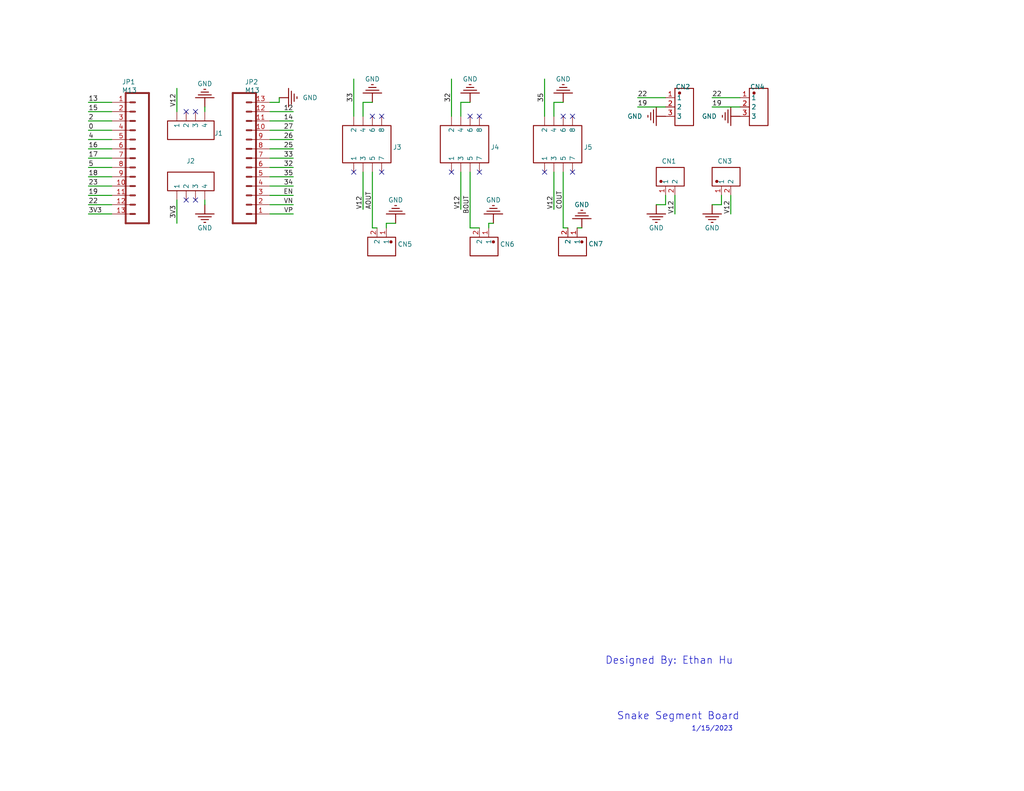
<source format=kicad_sch>
(kicad_sch (version 20230121) (generator eeschema)
  (paper "USLetter")
  (lib_symbols
    (symbol "u-altium-import:GND" (power)
      (property "Reference" "#PWR" (at 0 0 0))
      (property "Value" "GND" (at 0 6.35 0))
      (symbol "GND_0_0"
        (polyline (pts (xy -2.54 -2.54) (xy 2.54 -2.54)) (stroke (width 0.254)))
        (polyline (pts (xy -1.778 -3.302) (xy 1.778 -3.302)) (stroke (width 0.254)))
        (polyline (pts (xy -1.016 -4.064) (xy 1.016 -4.064)) (stroke (width 0.254)))
        (polyline (pts (xy -0.254 -4.826) (xy 0.254 -4.826)) (stroke (width 0.254)))
        (polyline (pts (xy 0 0) (xy 0 -2.54)) (stroke (width 0.254)))
        (pin power_in line (at 0 0 0) (length 0) hide (name "GND") (number ""))
      )
    )
    (symbol "u-altium-import:root_0_HX25003-3A"
      (symbol "root_0_HX25003-3A_1_0"
        (circle (center -1.27 3.81) (radius 0.381) (stroke (width 0.0001)) (fill (type color) (color 136 0 0 1)))
        (rectangle (start 2.54 5.08) (end -2.54 -5.08) (stroke (width 0.254)))
        (pin passive line (at -5.08 2.54 0) (length 2.54) (name "1") (number "1"))
        (pin passive line (at -5.08 0 0) (length 2.54) (name "2") (number "2"))
        (pin passive line (at -5.08 -2.54 0) (length 2.54) (name "3") (number "3"))
      )
    )
    (symbol "u-altium-import:root_0_M13"
      (symbol "root_0_M13_1_0"
        (polyline (pts (xy -5.08 17.78) (xy -5.08 -17.78)) (stroke (width 0.508) (color 141 35 35 1)))
        (polyline (pts (xy -5.08 17.78) (xy 1.27 17.78)) (stroke (width 0.508) (color 141 35 35 1)))
        (polyline (pts (xy -1.27 -15.24) (xy 0 -15.24)) (stroke (width 0.508) (color 141 35 35 1)))
        (polyline (pts (xy -1.27 -12.7) (xy 0 -12.7)) (stroke (width 0.508) (color 141 35 35 1)))
        (polyline (pts (xy -1.27 -10.16) (xy 0 -10.16)) (stroke (width 0.508) (color 141 35 35 1)))
        (polyline (pts (xy -1.27 -7.62) (xy 0 -7.62)) (stroke (width 0.508) (color 141 35 35 1)))
        (polyline (pts (xy -1.27 -5.08) (xy 0 -5.08)) (stroke (width 0.508) (color 141 35 35 1)))
        (polyline (pts (xy -1.27 -2.54) (xy 0 -2.54)) (stroke (width 0.508) (color 141 35 35 1)))
        (polyline (pts (xy -1.27 0) (xy 0 0)) (stroke (width 0.508) (color 141 35 35 1)))
        (polyline (pts (xy -1.27 2.54) (xy 0 2.54)) (stroke (width 0.508) (color 141 35 35 1)))
        (polyline (pts (xy -1.27 5.08) (xy 0 5.08)) (stroke (width 0.508) (color 141 35 35 1)))
        (polyline (pts (xy -1.27 7.62) (xy 0 7.62)) (stroke (width 0.508) (color 141 35 35 1)))
        (polyline (pts (xy -1.27 10.16) (xy 0 10.16)) (stroke (width 0.508) (color 141 35 35 1)))
        (polyline (pts (xy -1.27 12.7) (xy 0 12.7)) (stroke (width 0.508) (color 141 35 35 1)))
        (polyline (pts (xy -1.27 15.24) (xy 0 15.24)) (stroke (width 0.508) (color 141 35 35 1)))
        (polyline (pts (xy 1.27 -17.78) (xy -5.08 -17.78)) (stroke (width 0.508) (color 141 35 35 1)))
        (polyline (pts (xy 1.27 -17.78) (xy 1.27 17.78)) (stroke (width 0.508) (color 141 35 35 1)))
        (pin passive line (at 5.08 -15.24 180) (length 5.08) (name "1") (number "1"))
        (pin passive line (at 5.08 7.62 180) (length 5.08) (name "10") (number "10"))
        (pin passive line (at 5.08 10.16 180) (length 5.08) (name "11") (number "11"))
        (pin passive line (at 5.08 12.7 180) (length 5.08) (name "12") (number "12"))
        (pin passive line (at 5.08 15.24 180) (length 5.08) (name "13") (number "13"))
        (pin passive line (at 5.08 -12.7 180) (length 5.08) (name "2") (number "2"))
        (pin passive line (at 5.08 -10.16 180) (length 5.08) (name "3") (number "3"))
        (pin passive line (at 5.08 -7.62 180) (length 5.08) (name "4") (number "4"))
        (pin passive line (at 5.08 -5.08 180) (length 5.08) (name "5") (number "5"))
        (pin passive line (at 5.08 -2.54 180) (length 5.08) (name "6") (number "6"))
        (pin passive line (at 5.08 0 180) (length 5.08) (name "7") (number "7"))
        (pin passive line (at 5.08 2.54 180) (length 5.08) (name "8") (number "8"))
        (pin passive line (at 5.08 5.08 180) (length 5.08) (name "9") (number "9"))
      )
    )
    (symbol "u-altium-import:root_1_GP01-2503WV-2P"
      (symbol "root_1_GP01-2503WV-2P_1_0"
        (circle (center -2.54 -1.27) (radius 0.381) (stroke (width 0.0001)) (fill (type color) (color 136 0 0 1)))
        (rectangle (start 3.81 2.54) (end -3.81 -2.54) (stroke (width 0.254)))
        (pin passive line (at -1.27 -5.08 90) (length 2.54) (name "1") (number "1"))
        (pin passive line (at 1.27 -5.08 90) (length 2.54) (name "2") (number "2"))
      )
    )
    (symbol "u-altium-import:root_1_HDR-M-2.54_1x4"
      (symbol "root_1_HDR-M-2.54_1x4_1_0"
        (rectangle (start 6.35 2.54) (end -6.35 -2.54) (stroke (width 0.254)))
        (pin passive line (at -3.81 -5.08 90) (length 2.54) (name "1") (number "1"))
        (pin passive line (at -1.27 -5.08 90) (length 2.54) (name "2") (number "2"))
        (pin passive line (at 1.27 -5.08 90) (length 2.54) (name "3") (number "3"))
        (pin passive line (at 3.81 -5.08 90) (length 2.54) (name "4") (number "4"))
      )
    )
    (symbol "u-altium-import:root_1_HDR-M-2.54_2x4"
      (symbol "root_1_HDR-M-2.54_2x4_1_0"
        (rectangle (start 6.35 5.08) (end -6.858 -5.08) (stroke (width 0.254)))
        (pin passive line (at -3.81 -7.62 90) (length 2.54) (name "1") (number "1"))
        (pin passive line (at -3.81 7.62 270) (length 2.54) (name "2") (number "2"))
        (pin passive line (at -1.27 -7.62 90) (length 2.54) (name "3") (number "3"))
        (pin passive line (at -1.27 7.62 270) (length 2.54) (name "4") (number "4"))
        (pin passive line (at 1.27 -7.62 90) (length 2.54) (name "5") (number "5"))
        (pin passive line (at 1.27 7.62 270) (length 2.54) (name "6") (number "6"))
        (pin passive line (at 3.81 -7.62 90) (length 2.54) (name "7") (number "7"))
        (pin passive line (at 3.81 7.62 270) (length 2.54) (name "8") (number "8"))
      )
    )
    (symbol "u-altium-import:root_2_M13"
      (symbol "root_2_M13_1_0"
        (polyline (pts (xy -1.27 17.78) (xy -1.27 -17.78)) (stroke (width 0.508) (color 141 35 35 1)))
        (polyline (pts (xy -1.27 17.78) (xy 5.08 17.78)) (stroke (width 0.508) (color 141 35 35 1)))
        (polyline (pts (xy 1.27 -15.24) (xy 0 -15.24)) (stroke (width 0.508) (color 141 35 35 1)))
        (polyline (pts (xy 1.27 -12.7) (xy 0 -12.7)) (stroke (width 0.508) (color 141 35 35 1)))
        (polyline (pts (xy 1.27 -10.16) (xy 0 -10.16)) (stroke (width 0.508) (color 141 35 35 1)))
        (polyline (pts (xy 1.27 -7.62) (xy 0 -7.62)) (stroke (width 0.508) (color 141 35 35 1)))
        (polyline (pts (xy 1.27 -5.08) (xy 0 -5.08)) (stroke (width 0.508) (color 141 35 35 1)))
        (polyline (pts (xy 1.27 -2.54) (xy 0 -2.54)) (stroke (width 0.508) (color 141 35 35 1)))
        (polyline (pts (xy 1.27 0) (xy 0 0)) (stroke (width 0.508) (color 141 35 35 1)))
        (polyline (pts (xy 1.27 2.54) (xy 0 2.54)) (stroke (width 0.508) (color 141 35 35 1)))
        (polyline (pts (xy 1.27 5.08) (xy 0 5.08)) (stroke (width 0.508) (color 141 35 35 1)))
        (polyline (pts (xy 1.27 7.62) (xy 0 7.62)) (stroke (width 0.508) (color 141 35 35 1)))
        (polyline (pts (xy 1.27 10.16) (xy 0 10.16)) (stroke (width 0.508) (color 141 35 35 1)))
        (polyline (pts (xy 1.27 12.7) (xy 0 12.7)) (stroke (width 0.508) (color 141 35 35 1)))
        (polyline (pts (xy 1.27 15.24) (xy 0 15.24)) (stroke (width 0.508) (color 141 35 35 1)))
        (polyline (pts (xy 5.08 -17.78) (xy -1.27 -17.78)) (stroke (width 0.508) (color 141 35 35 1)))
        (polyline (pts (xy 5.08 -17.78) (xy 5.08 17.78)) (stroke (width 0.508) (color 141 35 35 1)))
        (pin passive line (at -5.08 15.24 0) (length 5.08) (name "1") (number "1"))
        (pin passive line (at -5.08 -7.62 0) (length 5.08) (name "10") (number "10"))
        (pin passive line (at -5.08 -10.16 0) (length 5.08) (name "11") (number "11"))
        (pin passive line (at -5.08 -12.7 0) (length 5.08) (name "12") (number "12"))
        (pin passive line (at -5.08 -15.24 0) (length 5.08) (name "13") (number "13"))
        (pin passive line (at -5.08 12.7 0) (length 5.08) (name "2") (number "2"))
        (pin passive line (at -5.08 10.16 0) (length 5.08) (name "3") (number "3"))
        (pin passive line (at -5.08 7.62 0) (length 5.08) (name "4") (number "4"))
        (pin passive line (at -5.08 5.08 0) (length 5.08) (name "5") (number "5"))
        (pin passive line (at -5.08 2.54 0) (length 5.08) (name "6") (number "6"))
        (pin passive line (at -5.08 0 0) (length 5.08) (name "7") (number "7"))
        (pin passive line (at -5.08 -2.54 0) (length 5.08) (name "8") (number "8"))
        (pin passive line (at -5.08 -5.08 0) (length 5.08) (name "9") (number "9"))
      )
    )
    (symbol "u-altium-import:root_3_GP01-2503WV-2P"
      (symbol "root_3_GP01-2503WV-2P_1_0"
        (circle (center 2.54 1.27) (radius 0.381) (stroke (width 0.0001)) (fill (type color) (color 136 0 0 1)))
        (rectangle (start 3.81 2.54) (end -3.81 -2.54) (stroke (width 0.254)))
        (pin passive line (at 1.27 5.08 270) (length 2.54) (name "1") (number "1"))
        (pin passive line (at -1.27 5.08 270) (length 2.54) (name "2") (number "2"))
      )
    )
    (symbol "u-altium-import:root_3_HDR-M-2.54_1x4"
      (symbol "root_3_HDR-M-2.54_1x4_1_0"
        (rectangle (start 6.35 2.54) (end -6.35 -2.54) (stroke (width 0.254)))
        (pin passive line (at 3.81 5.08 270) (length 2.54) (name "4") (number "1"))
        (pin passive line (at 1.27 5.08 270) (length 2.54) (name "3") (number "2"))
        (pin passive line (at -1.27 5.08 270) (length 2.54) (name "2") (number "3"))
        (pin passive line (at -3.81 5.08 270) (length 2.54) (name "1") (number "4"))
      )
    )
  )
  (no_connect (at 104.14 31.75))
  (no_connect (at 128.27 31.75))
  (no_connect (at 148.59 46.99))
  (no_connect (at 156.21 31.75))
  (no_connect (at 96.52 46.99))
  (no_connect (at 123.19 46.99))
  (no_connect (at 53.34 30.48))
  (no_connect (at 101.6 31.75))
  (no_connect (at 104.14 46.99))
  (no_connect (at 50.8 30.48))
  (no_connect (at 130.81 31.75))
  (no_connect (at 156.21 46.99))
  (no_connect (at 153.67 31.75))
  (no_connect (at 50.8 54.61))
  (no_connect (at 130.81 46.99))
  (no_connect (at 53.34 54.61))
  (wire (pts (xy 158.75 62.23) (xy 157.48 62.23)) (stroke (width 0.254)))
  (wire (pts (xy 107.95 60.96) (xy 105.41 60.96)) (stroke (width 0.254)))
  (wire (pts (xy 101.6 62.23) (xy 101.6 46.99)) (stroke (width 0.254)))
  (wire (pts (xy 48.26 60.96) (xy 48.26 54.61)) (stroke (width 0.254)))
  (wire (pts (xy 24.13 45.72) (xy 30.48 45.72)) (stroke (width 0.254)))
  (wire (pts (xy 151.13 27.94) (xy 151.13 31.75)) (stroke (width 0.254)))
  (wire (pts (xy 73.66 38.1) (xy 80.01 38.1)) (stroke (width 0.254)))
  (wire (pts (xy 24.13 48.26) (xy 30.48 48.26)) (stroke (width 0.254)))
  (wire (pts (xy 73.66 33.02) (xy 80.01 33.02)) (stroke (width 0.254)))
  (wire (pts (xy 24.13 55.88) (xy 30.48 55.88)) (stroke (width 0.254)))
  (wire (pts (xy 73.66 30.48) (xy 80.01 30.48)) (stroke (width 0.254)))
  (wire (pts (xy 55.88 29.21) (xy 55.88 30.48)) (stroke (width 0.254)))
  (wire (pts (xy 55.88 55.88) (xy 55.88 54.61)) (stroke (width 0.254)))
  (wire (pts (xy 99.06 46.99) (xy 99.06 57.15)) (stroke (width 0.254)))
  (wire (pts (xy 48.26 30.48) (xy 48.26 24.13)) (stroke (width 0.254)))
  (wire (pts (xy 196.85 55.88) (xy 196.85 53.34)) (stroke (width 0.254)))
  (wire (pts (xy 153.67 62.23) (xy 154.94 62.23)) (stroke (width 0.254)))
  (wire (pts (xy 76.2 27.94) (xy 73.66 27.94)) (stroke (width 0.254)))
  (wire (pts (xy 184.15 53.34) (xy 184.15 58.42)) (stroke (width 0.254)))
  (wire (pts (xy 73.66 48.26) (xy 80.01 48.26)) (stroke (width 0.254)))
  (wire (pts (xy 24.13 40.64) (xy 30.48 40.64)) (stroke (width 0.254)))
  (wire (pts (xy 24.13 35.56) (xy 30.48 35.56)) (stroke (width 0.254)))
  (wire (pts (xy 181.61 26.67) (xy 173.99 26.67)) (stroke (width 0.254)))
  (wire (pts (xy 181.61 55.88) (xy 181.61 53.34)) (stroke (width 0.254)))
  (wire (pts (xy 128.27 27.94) (xy 125.73 27.94)) (stroke (width 0.254)))
  (wire (pts (xy 76.2 26.67) (xy 76.2 27.94)) (stroke (width 0.254)))
  (wire (pts (xy 73.66 45.72) (xy 80.01 45.72)) (stroke (width 0.254)))
  (wire (pts (xy 101.6 27.94) (xy 99.06 27.94)) (stroke (width 0.254)))
  (wire (pts (xy 73.66 55.88) (xy 80.01 55.88)) (stroke (width 0.254)))
  (wire (pts (xy 181.61 29.21) (xy 173.99 29.21)) (stroke (width 0.254)))
  (wire (pts (xy 24.13 27.94) (xy 30.48 27.94)) (stroke (width 0.254)))
  (wire (pts (xy 153.67 46.99) (xy 153.67 62.23)) (stroke (width 0.254)))
  (wire (pts (xy 133.35 60.96) (xy 133.35 62.23)) (stroke (width 0.254)))
  (wire (pts (xy 24.13 33.02) (xy 30.48 33.02)) (stroke (width 0.254)))
  (wire (pts (xy 73.66 50.8) (xy 80.01 50.8)) (stroke (width 0.254)))
  (wire (pts (xy 130.81 62.23) (xy 128.27 62.23)) (stroke (width 0.254)))
  (wire (pts (xy 199.39 53.34) (xy 199.39 58.42)) (stroke (width 0.254)))
  (wire (pts (xy 73.66 58.42) (xy 80.01 58.42)) (stroke (width 0.254)))
  (wire (pts (xy 201.93 26.67) (xy 194.31 26.67)) (stroke (width 0.254)))
  (wire (pts (xy 73.66 35.56) (xy 80.01 35.56)) (stroke (width 0.254)))
  (wire (pts (xy 24.13 53.34) (xy 30.48 53.34)) (stroke (width 0.254)))
  (wire (pts (xy 125.73 27.94) (xy 125.73 31.75)) (stroke (width 0.254)))
  (wire (pts (xy 179.07 55.88) (xy 181.61 55.88)) (stroke (width 0.254)))
  (wire (pts (xy 151.13 46.99) (xy 151.13 57.15)) (stroke (width 0.254)))
  (wire (pts (xy 128.27 62.23) (xy 128.27 46.99)) (stroke (width 0.254)))
  (wire (pts (xy 99.06 27.94) (xy 99.06 31.75)) (stroke (width 0.254)))
  (wire (pts (xy 194.31 55.88) (xy 196.85 55.88)) (stroke (width 0.254)))
  (wire (pts (xy 73.66 43.18) (xy 80.01 43.18)) (stroke (width 0.254)))
  (wire (pts (xy 102.87 62.23) (xy 101.6 62.23)) (stroke (width 0.254)))
  (wire (pts (xy 24.13 30.48) (xy 30.48 30.48)) (stroke (width 0.254)))
  (wire (pts (xy 153.67 27.94) (xy 151.13 27.94)) (stroke (width 0.254)))
  (wire (pts (xy 105.41 60.96) (xy 105.41 62.23)) (stroke (width 0.254)))
  (wire (pts (xy 148.59 31.75) (xy 148.59 21.59)) (stroke (width 0.254)))
  (wire (pts (xy 24.13 43.18) (xy 30.48 43.18)) (stroke (width 0.254)))
  (wire (pts (xy 24.13 58.42) (xy 30.48 58.42)) (stroke (width 0.254)))
  (wire (pts (xy 123.19 31.75) (xy 123.19 21.59)) (stroke (width 0.254)))
  (wire (pts (xy 96.52 31.75) (xy 96.52 21.59)) (stroke (width 0.254)))
  (wire (pts (xy 73.66 53.34) (xy 80.01 53.34)) (stroke (width 0.254)))
  (wire (pts (xy 73.66 40.64) (xy 80.01 40.64)) (stroke (width 0.254)))
  (wire (pts (xy 134.62 60.96) (xy 133.35 60.96)) (stroke (width 0.254)))
  (wire (pts (xy 201.93 29.21) (xy 194.31 29.21)) (stroke (width 0.254)))
  (wire (pts (xy 24.13 38.1) (xy 30.48 38.1)) (stroke (width 0.254)))
  (wire (pts (xy 125.73 46.99) (xy 125.73 57.15)) (stroke (width 0.254)))
  (wire (pts (xy 24.13 50.8) (xy 30.48 50.8)) (stroke (width 0.254)))
  (text "Designed By: Ethan Hu" (at 165.1 181.61 0) (effects (font (size 2 2)) (justify left bottom)))
  (text "1/15/2023" (at 188.6611 199.7662 0) (effects (font (size 1.27 1.27)) (justify left bottom)))
  (text "Snake Segment Board" (at 168.2734 196.7617 0) (effects (font (size 2 2)) (justify left bottom)))
  (label "3V3" (at 48.26 59.69 90))
  (label "14" (at 80.01 33.02 180))
  (label "34" (at 80.01 50.8 180))
  (label "25" (at 80.01 40.64 180))
  (label "27" (at 80.01 35.56 180))
  (label "18" (at 24.13 48.26 0))
  (label "13" (at 24.13 27.94 0))
  (label "19" (at 24.13 53.34 0))
  (label "17" (at 24.13 43.18 0))
  (label "33" (at 96.52 27.94 90))
  (label "4" (at 24.13 38.1 0))
  (label "VN" (at 80.01 55.88 180))
  (label "3V3" (at 24.13 58.42 0))
  (label "15" (at 24.13 30.48 0))
  (label "32" (at 123.19 27.94 90))
  (label "26" (at 80.01 38.1 180))
  (label "2" (at 24.13 33.02 0))
  (label "33" (at 80.01 43.18 180))
  (label "35" (at 148.59 27.94 90))
  (label "12" (at 80.01 30.48 180))
  (label "V12" (at 184.15 58.42 90))
  (label "22" (at 194.31 26.67 0))
  (label "22" (at 173.99 26.67 0))
  (label "V12" (at 125.73 57.15 90))
  (label "COUT" (at 153.67 57.15 90))
  (label "V12" (at 48.26 29.21 90))
  (label "EN" (at 80.01 53.34 180))
  (label "AOUT" (at 101.6 57.15 90))
  (label "V12" (at 199.39 58.42 90))
  (label "5" (at 24.13 45.72 0))
  (label "0" (at 24.13 35.56 0))
  (label "19" (at 194.31 29.21 0))
  (label "32" (at 80.01 45.72 180))
  (label "VP" (at 80.01 58.42 180))
  (label "35" (at 80.01 48.26 180))
  (label "V12" (at 99.06 57.15 90))
  (label "16" (at 24.13 40.64 0))
  (label "V12" (at 151.13 57.15 90))
  (label "23" (at 24.13 50.8 0))
  (label "22" (at 24.13 55.88 0))
  (label "BOUT" (at 128.27 58.42 90))
  (label "19" (at 173.99 29.21 0))
  (symbol (lib_id "u-altium-import:GND") (at 134.62 60.96 180) (unit 1)
    (property "Reference" "#PWR011" (effects hide))
    (property "Value" "GND" (at 134.62 54.61 0))
  )
  (symbol (lib_id "u-altium-import:GND") (at 101.6 27.94 180) (unit 1)
    (property "Reference" "#PWR08" (effects hide))
    (property "Value" "GND" (at 101.6 21.59 0))
  )
  (symbol (lib_id "u-altium-import:GND") (at 55.88 55.88 0) (unit 1)
    (property "Reference" "#PWR05" (effects hide))
    (property "Value" "GND" (at 55.88 62.23 0))
  )
  (symbol (lib_id "u-altium-import:GND") (at 179.07 55.88 0) (unit 1)
    (property "Reference" "#PWR02" (effects hide))
    (property "Value" "GND" (at 179.07 62.23 0))
  )
  (symbol (lib_id "u-altium-import:root_1_HDR-M-2.54_2x4") (at 152.4 39.37 0) (unit 1)
    (property "Reference" "J5" (at 159.26 40.925 0) (effects (justify left bottom)))
    (property "Value" "HDR-M-2.54_2x4" (effects hide))
    (property "Footprint" "HDR-M-2.54_2X4" (effects hide))
    (property "BOM_SUPPLIER PART" "C58363" (effects hide))
    (property "BOM_SUPPLIER" "LCSC" (effects hide))
    (property "CONTRIBUTOR" "LCEDA_Lib" (effects hide))
    (property "SPICEPRE" "J" (effects hide))
    (property "SPICESYMBOLNAME" "HDR-M-2.54_2x4" (effects hide))
  )
  (symbol (lib_id "u-altium-import:GND") (at 128.27 27.94 180) (unit 1)
    (property "Reference" "#PWR010" (effects hide))
    (property "Value" "GND" (at 128.27 21.59 0))
  )
  (symbol (lib_id "u-altium-import:root_3_HDR-M-2.54_1x4") (at 52.07 35.56 0) (unit 1)
    (property "Reference" "J1" (at 58.442 37.117 0) (effects (justify left bottom)))
    (property "Value" "HDR-M-2.54_1x4" (effects hide))
    (property "Footprint" "HDR-M-2.54_1X4" (effects hide))
    (property "BOM_SUPPLIER PART" "C124378" (effects hide))
    (property "BOM_SUPPLIER" "LCSC" (effects hide))
    (property "CONTRIBUTOR" "LCEDA_Lib" (effects hide))
    (property "SPICEPRE" "J" (effects hide))
    (property "SPICESYMBOLNAME" "HDR-M-2.54_1x4" (effects hide))
  )
  (symbol (lib_id "u-altium-import:GND") (at 76.2 26.67 90) (unit 1)
    (property "Reference" "#PWR07" (effects hide))
    (property "Value" "GND" (at 82.55 26.67 90) (effects (justify right)))
  )
  (symbol (lib_id "u-altium-import:root_0_HX25003-3A") (at 186.69 29.21 0) (unit 1)
    (property "Reference" "CN2" (at 184.323 24.423 0) (effects (justify left bottom)))
    (property "Value" "HX25003-3A" (effects hide))
    (property "Footprint" "CONN-TH_3P-P2.50_HX25003-3A" (effects hide))
    (property "BOM_SUPPLIER" "LCSC" (effects hide))
    (property "BOM_SUPPLIER PART" "C442300" (effects hide))
    (property "BOM_MANUFACTURER" "HX(Zhejiang Yueqing Hongxing Elec)" (effects hide))
    (property "BOM_MANUFACTURER PART" "HX25003-3A" (effects hide))
    (property "CONTRIBUTOR" "LCSC" (effects hide))
    (property "BOM_PASTE TYPE" "expand" (effects hide))
    (property "BOM_ASSEMBLY TYPE" "manualWeld" (effects hide))
    (property "SPICEPRE" "C" (effects hide))
    (property "SPICESYMBOLNAME" "HX25003-3A" (effects hide))
  )
  (symbol (lib_id "u-altium-import:root_3_GP01-2503WV-2P") (at 156.21 67.31 0) (unit 1)
    (property "Reference" "CN7" (at 160.53 67.329 0) (effects (justify left bottom)))
    (property "Value" "GP01-2503WV-2P" (effects hide))
    (property "Footprint" "CONN-TH_2P-P2.50_HX25003-2A" (effects hide))
    (property "BOM_SUPPLIER" "LCSC" (effects hide))
    (property "BOM_SUPPLIER PART" "C2681728" (effects hide))
    (property "BOM_MANUFACTURER" "GEPU(歌普)" (effects hide))
    (property "BOM_MANUFACTURER PART" "GP01-2503WV-2P" (effects hide))
    (property "CONTRIBUTOR" "LCSC" (effects hide))
    (property "BOM_JLCPCB PART CLASS" "Extended Part" (effects hide))
    (property "SPICEPRE" "C" (effects hide))
    (property "SPICESYMBOLNAME" "GP01-2503WV-2P" (effects hide))
  )
  (symbol (lib_id "u-altium-import:root_1_HDR-M-2.54_1x4") (at 52.07 49.53 0) (unit 1)
    (property "Reference" "J2" (at 50.82 44.689 0) (effects (justify left bottom)))
    (property "Value" "HDR-M-2.54_1x4" (effects hide))
    (property "Footprint" "HDR-M-2.54_1X4" (effects hide))
    (property "BOM_SUPPLIER PART" "C124378" (effects hide))
    (property "BOM_SUPPLIER" "LCSC" (effects hide))
    (property "CONTRIBUTOR" "LCEDA_Lib" (effects hide))
    (property "SPICEPRE" "J" (effects hide))
    (property "SPICESYMBOLNAME" "HDR-M-2.54_1x4" (effects hide))
  )
  (symbol (lib_id "u-altium-import:GND") (at 153.67 27.94 180) (unit 1)
    (property "Reference" "#PWR012" (effects hide))
    (property "Value" "GND" (at 153.67 21.59 0))
  )
  (symbol (lib_id "u-altium-import:root_0_M13") (at 68.58 43.18 0) (unit 1)
    (property "Reference" "JP2" (at 66.796 23.117 0) (effects (justify left bottom)))
    (property "Value" "M13" (at 66.794 25.379 0) (effects (justify left bottom)))
    (property "Footprint" "1X13" (effects hide))
    (property "CONTRIBUTOR" "SparkFun" (effects hide))
    (property "SPICEPRE" "J" (effects hide))
    (property "SPICESYMBOLNAME" "M13" (effects hide))
  )
  (symbol (lib_id "u-altium-import:GND") (at 55.88 29.21 180) (unit 1)
    (property "Reference" "#PWR04" (effects hide))
    (property "Value" "GND" (at 55.88 22.86 0))
  )
  (symbol (lib_id "u-altium-import:root_0_HX25003-3A") (at 207.01 29.21 0) (unit 1)
    (property "Reference" "CN4" (at 204.643 24.423 0) (effects (justify left bottom)))
    (property "Value" "HX25003-3A" (effects hide))
    (property "Footprint" "CONN-TH_3P-P2.50_HX25003-3A" (effects hide))
    (property "BOM_SUPPLIER" "LCSC" (effects hide))
    (property "BOM_SUPPLIER PART" "C442300" (effects hide))
    (property "BOM_MANUFACTURER" "HX(Zhejiang Yueqing Hongxing Elec)" (effects hide))
    (property "BOM_MANUFACTURER PART" "HX25003-3A" (effects hide))
    (property "CONTRIBUTOR" "LCSC" (effects hide))
    (property "BOM_PASTE TYPE" "expand" (effects hide))
    (property "BOM_ASSEMBLY TYPE" "manualWeld" (effects hide))
    (property "SPICEPRE" "C" (effects hide))
    (property "SPICESYMBOLNAME" "HX25003-3A" (effects hide))
  )
  (symbol (lib_id "u-altium-import:root_1_GP01-2503WV-2P") (at 198.12 48.26 0) (unit 1)
    (property "Reference" "CN3" (at 195.75 44.727 0) (effects (justify left bottom)))
    (property "Value" "GP01-2503WV-2P" (effects hide))
    (property "Footprint" "CONN-TH_2P-P2.50_HX25003-2A" (effects hide))
    (property "BOM_SUPPLIER" "LCSC" (effects hide))
    (property "BOM_SUPPLIER PART" "C2681728" (effects hide))
    (property "BOM_MANUFACTURER" "GEPU(歌普)" (effects hide))
    (property "BOM_MANUFACTURER PART" "GP01-2503WV-2P" (effects hide))
    (property "CONTRIBUTOR" "LCSC" (effects hide))
    (property "BOM_JLCPCB PART CLASS" "Extended Part" (effects hide))
    (property "SPICEPRE" "C" (effects hide))
    (property "SPICESYMBOLNAME" "GP01-2503WV-2P" (effects hide))
  )
  (symbol (lib_id "u-altium-import:GND") (at 201.93 31.75 270) (unit 1)
    (property "Reference" "#PWR06" (effects hide))
    (property "Value" "GND" (at 195.58 31.75 90) (effects (justify right)))
  )
  (symbol (lib_id "u-altium-import:root_1_HDR-M-2.54_2x4") (at 100.33 39.37 0) (unit 1)
    (property "Reference" "J3" (at 107.19 40.925 0) (effects (justify left bottom)))
    (property "Value" "HDR-M-2.54_2x4" (effects hide))
    (property "Footprint" "HDR-M-2.54_2X4" (effects hide))
    (property "BOM_SUPPLIER PART" "C58363" (effects hide))
    (property "BOM_SUPPLIER" "LCSC" (effects hide))
    (property "CONTRIBUTOR" "LCEDA_Lib" (effects hide))
    (property "SPICEPRE" "J" (effects hide))
    (property "SPICESYMBOLNAME" "HDR-M-2.54_2x4" (effects hide))
  )
  (symbol (lib_id "u-altium-import:root_1_GP01-2503WV-2P") (at 182.88 48.26 0) (unit 1)
    (property "Reference" "CN1" (at 180.51 44.727 0) (effects (justify left bottom)))
    (property "Value" "GP01-2503WV-2P" (effects hide))
    (property "Footprint" "CONN-TH_2P-P2.50_HX25003-2A" (effects hide))
    (property "BOM_SUPPLIER" "LCSC" (effects hide))
    (property "BOM_SUPPLIER PART" "C2681728" (effects hide))
    (property "BOM_MANUFACTURER" "GEPU(歌普)" (effects hide))
    (property "BOM_MANUFACTURER PART" "GP01-2503WV-2P" (effects hide))
    (property "CONTRIBUTOR" "LCSC" (effects hide))
    (property "BOM_JLCPCB PART CLASS" "Extended Part" (effects hide))
    (property "SPICEPRE" "C" (effects hide))
    (property "SPICESYMBOLNAME" "GP01-2503WV-2P" (effects hide))
  )
  (symbol (lib_id "u-altium-import:root_1_HDR-M-2.54_2x4") (at 127 39.37 0) (unit 1)
    (property "Reference" "J4" (at 133.86 40.925 0) (effects (justify left bottom)))
    (property "Value" "HDR-M-2.54_2x4" (effects hide))
    (property "Footprint" "HDR-M-2.54_2X4" (effects hide))
    (property "BOM_SUPPLIER PART" "C58363" (effects hide))
    (property "BOM_SUPPLIER" "LCSC" (effects hide))
    (property "CONTRIBUTOR" "LCEDA_Lib" (effects hide))
    (property "SPICEPRE" "J" (effects hide))
    (property "SPICESYMBOLNAME" "HDR-M-2.54_2x4" (effects hide))
  )
  (symbol (lib_id "u-altium-import:GND") (at 194.31 55.88 0) (unit 1)
    (property "Reference" "#PWR03" (effects hide))
    (property "Value" "GND" (at 194.31 62.23 0))
  )
  (symbol (lib_id "u-altium-import:root_2_M13") (at 35.56 43.18 0) (unit 1)
    (property "Reference" "JP1" (at 33.266 23.091 0) (effects (justify left bottom)))
    (property "Value" "M13" (at 33.266 25.379 0) (effects (justify left bottom)))
    (property "Footprint" "1X13" (effects hide))
    (property "CONTRIBUTOR" "SparkFun" (effects hide))
    (property "SPICEPRE" "J" (effects hide))
    (property "SPICESYMBOLNAME" "M13" (effects hide))
  )
  (symbol (lib_id "u-altium-import:GND") (at 181.61 31.75 270) (unit 1)
    (property "Reference" "#PWR01" (effects hide))
    (property "Value" "GND" (at 175.26 31.75 90) (effects (justify right)))
  )
  (symbol (lib_id "u-altium-import:GND") (at 107.95 60.96 180) (unit 1)
    (property "Reference" "#PWR09" (effects hide))
    (property "Value" "GND" (at 107.95 54.61 0))
  )
  (symbol (lib_id "u-altium-import:root_3_GP01-2503WV-2P") (at 104.14 67.31 0) (unit 1)
    (property "Reference" "CN5" (at 108.461 67.406 0) (effects (justify left bottom)))
    (property "Value" "GP01-2503WV-2P" (effects hide))
    (property "Footprint" "CONN-TH_2P-P2.50_HX25003-2A" (effects hide))
    (property "BOM_SUPPLIER" "LCSC" (effects hide))
    (property "BOM_SUPPLIER PART" "C2681728" (effects hide))
    (property "BOM_MANUFACTURER" "GEPU(歌普)" (effects hide))
    (property "BOM_MANUFACTURER PART" "GP01-2503WV-2P" (effects hide))
    (property "CONTRIBUTOR" "LCSC" (effects hide))
    (property "BOM_JLCPCB PART CLASS" "Extended Part" (effects hide))
    (property "SPICEPRE" "C" (effects hide))
    (property "SPICESYMBOLNAME" "GP01-2503WV-2P" (effects hide))
  )
  (symbol (lib_id "u-altium-import:GND") (at 158.75 62.23 180) (unit 1)
    (property "Reference" "#PWR013" (effects hide))
    (property "Value" "GND" (at 158.75 55.88 0))
  )
  (symbol (lib_id "u-altium-import:root_3_GP01-2503WV-2P") (at 132.08 67.31 0) (unit 1)
    (property "Reference" "CN6" (at 136.401 67.406 0) (effects (justify left bottom)))
    (property "Value" "GP01-2503WV-2P" (effects hide))
    (property "Footprint" "CONN-TH_2P-P2.50_HX25003-2A" (effects hide))
    (property "BOM_SUPPLIER" "LCSC" (effects hide))
    (property "BOM_SUPPLIER PART" "C2681728" (effects hide))
    (property "BOM_MANUFACTURER" "GEPU(歌普)" (effects hide))
    (property "BOM_MANUFACTURER PART" "GP01-2503WV-2P" (effects hide))
    (property "CONTRIBUTOR" "LCSC" (effects hide))
    (property "BOM_JLCPCB PART CLASS" "Extended Part" (effects hide))
    (property "SPICEPRE" "C" (effects hide))
    (property "SPICESYMBOLNAME" "GP01-2503WV-2P" (effects hide))
  )
)
</source>
